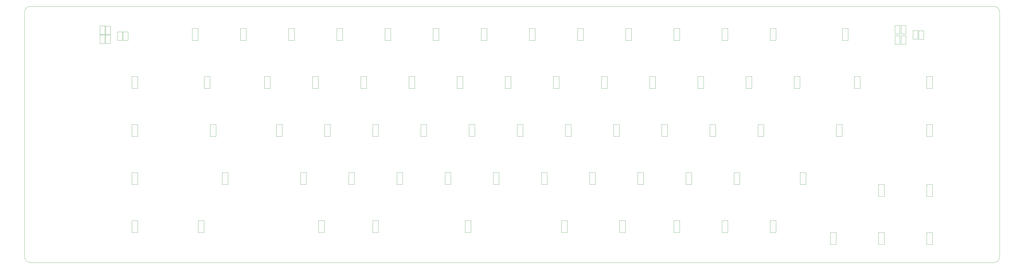
<source format=gbr>
%TF.GenerationSoftware,KiCad,Pcbnew,(5.1.9)-1*%
%TF.CreationDate,2021-05-06T09:00:53-07:00*%
%TF.ProjectId,USKB Final,55534b42-2046-4696-9e61-6c2e6b696361,rev?*%
%TF.SameCoordinates,Original*%
%TF.FileFunction,Other,User*%
%FSLAX46Y46*%
G04 Gerber Fmt 4.6, Leading zero omitted, Abs format (unit mm)*
G04 Created by KiCad (PCBNEW (5.1.9)-1) date 2021-05-06 09:00:53*
%MOMM*%
%LPD*%
G01*
G04 APERTURE LIST*
%TA.AperFunction,Profile*%
%ADD10C,0.050000*%
%TD*%
%ADD11C,0.050000*%
G04 APERTURE END LIST*
D10*
X19050000Y-25400000D02*
X400050000Y-25400000D01*
X19050000Y-127000000D02*
X19843750Y-127000000D01*
X19050000Y-127000000D02*
G75*
G02*
X16668750Y-124618750I0J2381250D01*
G01*
X16668750Y-27781250D02*
X16668750Y-124618750D01*
X16668750Y-27781250D02*
G75*
G02*
X19050000Y-25400000I2381250J0D01*
G01*
X400050000Y-127000000D02*
X19843750Y-127000000D01*
X402431250Y-124618750D02*
G75*
G02*
X400050000Y-127000000I-2381250J0D01*
G01*
X402431250Y-27781250D02*
X402431250Y-124618750D01*
X400050000Y-25400000D02*
G75*
G02*
X402431250Y-27781250I0J-2381250D01*
G01*
D11*
%TO.C,R1*%
X365313000Y-32959250D02*
X363413000Y-32959250D01*
X363413000Y-32959250D02*
X363413000Y-36319250D01*
X363413000Y-36319250D02*
X365313000Y-36319250D01*
X365313000Y-36319250D02*
X365313000Y-32959250D01*
%TO.C,R2*%
X363413000Y-40383250D02*
X365313000Y-40383250D01*
X365313000Y-40383250D02*
X365313000Y-37023250D01*
X365313000Y-37023250D02*
X363413000Y-37023250D01*
X363413000Y-37023250D02*
X363413000Y-40383250D01*
%TO.C,R3*%
X370012000Y-35014750D02*
X368112000Y-35014750D01*
X368112000Y-35014750D02*
X368112000Y-38374750D01*
X368112000Y-38374750D02*
X370012000Y-38374750D01*
X370012000Y-38374750D02*
X370012000Y-35014750D01*
%TO.C,C3*%
X370368000Y-38437250D02*
X372328000Y-38437250D01*
X372328000Y-38437250D02*
X372328000Y-35037250D01*
X372328000Y-35037250D02*
X370368000Y-35037250D01*
X370368000Y-35037250D02*
X370368000Y-38437250D01*
%TO.C,C2*%
X362930000Y-37003250D02*
X360970000Y-37003250D01*
X360970000Y-37003250D02*
X360970000Y-40403250D01*
X360970000Y-40403250D02*
X362930000Y-40403250D01*
X362930000Y-40403250D02*
X362930000Y-37003250D01*
%TO.C,C1*%
X360970000Y-36339250D02*
X362930000Y-36339250D01*
X362930000Y-36339250D02*
X362930000Y-32939250D01*
X362930000Y-32939250D02*
X360970000Y-32939250D01*
X360970000Y-32939250D02*
X360970000Y-36339250D01*
%TO.C,R6*%
X55306000Y-35499250D02*
X53406000Y-35499250D01*
X53406000Y-35499250D02*
X53406000Y-38859250D01*
X53406000Y-38859250D02*
X55306000Y-38859250D01*
X55306000Y-38859250D02*
X55306000Y-35499250D01*
%TO.C,R5*%
X48701920Y-40124170D02*
X50601920Y-40124170D01*
X50601920Y-40124170D02*
X50601920Y-36764170D01*
X50601920Y-36764170D02*
X48701920Y-36764170D01*
X48701920Y-36764170D02*
X48701920Y-40124170D01*
%TO.C,R4*%
X50601920Y-33187850D02*
X48701920Y-33187850D01*
X48701920Y-33187850D02*
X48701920Y-36547850D01*
X48701920Y-36547850D02*
X50601920Y-36547850D01*
X50601920Y-36547850D02*
X50601920Y-33187850D01*
%TO.C,D_Z1*%
X128150000Y-96012500D02*
X128150000Y-91312500D01*
X128150000Y-91312500D02*
X125850000Y-91312500D01*
X125850000Y-91312500D02*
X125850000Y-96012500D01*
X128150000Y-96012500D02*
X125850000Y-96012500D01*
%TO.C,D_Y1*%
X209112500Y-57912500D02*
X209112500Y-53212500D01*
X209112500Y-53212500D02*
X206812500Y-53212500D01*
X206812500Y-53212500D02*
X206812500Y-57912500D01*
X209112500Y-57912500D02*
X206812500Y-57912500D01*
%TO.C,D_X1*%
X147200000Y-96012500D02*
X147200000Y-91312500D01*
X147200000Y-91312500D02*
X144900000Y-91312500D01*
X144900000Y-91312500D02*
X144900000Y-96012500D01*
X147200000Y-96012500D02*
X144900000Y-96012500D01*
%TO.C,D_Win1*%
X375800000Y-100775000D02*
X375800000Y-96075000D01*
X375800000Y-96075000D02*
X373500000Y-96075000D01*
X373500000Y-96075000D02*
X373500000Y-100775000D01*
X375800000Y-100775000D02*
X373500000Y-100775000D01*
%TO.C,D_W1*%
X132912500Y-57912500D02*
X132912500Y-53212500D01*
X132912500Y-53212500D02*
X130612500Y-53212500D01*
X130612500Y-53212500D02*
X130612500Y-57912500D01*
X132912500Y-57912500D02*
X130612500Y-57912500D01*
%TO.C,D_V1*%
X185300000Y-96012500D02*
X185300000Y-91312500D01*
X185300000Y-91312500D02*
X183000000Y-91312500D01*
X183000000Y-91312500D02*
X183000000Y-96012500D01*
X185300000Y-96012500D02*
X183000000Y-96012500D01*
%TO.C,D_UArrow1*%
X356750000Y-100775000D02*
X356750000Y-96075000D01*
X356750000Y-96075000D02*
X354450000Y-96075000D01*
X354450000Y-96075000D02*
X354450000Y-100775000D01*
X356750000Y-100775000D02*
X354450000Y-100775000D01*
%TO.C,D_U1*%
X228162500Y-57912500D02*
X228162500Y-53212500D01*
X228162500Y-53212500D02*
X225862500Y-53212500D01*
X225862500Y-53212500D02*
X225862500Y-57912500D01*
X228162500Y-57912500D02*
X225862500Y-57912500D01*
%TO.C,D_Tab1*%
X90050000Y-57912500D02*
X90050000Y-53212500D01*
X90050000Y-53212500D02*
X87750000Y-53212500D01*
X87750000Y-53212500D02*
X87750000Y-57912500D01*
X90050000Y-57912500D02*
X87750000Y-57912500D01*
%TO.C,D_T1*%
X190062500Y-57912500D02*
X190062500Y-53212500D01*
X190062500Y-53212500D02*
X187762500Y-53212500D01*
X187762500Y-53212500D02*
X187762500Y-57912500D01*
X190062500Y-57912500D02*
X187762500Y-57912500D01*
%TO.C,D_Space_4*%
X254356250Y-115062500D02*
X254356250Y-110362500D01*
X254356250Y-110362500D02*
X252056250Y-110362500D01*
X252056250Y-110362500D02*
X252056250Y-115062500D01*
X254356250Y-115062500D02*
X252056250Y-115062500D01*
%TO.C,D_Space_3*%
X231337500Y-115062500D02*
X231337500Y-110362500D01*
X231337500Y-110362500D02*
X229037500Y-110362500D01*
X229037500Y-110362500D02*
X229037500Y-115062500D01*
X231337500Y-115062500D02*
X229037500Y-115062500D01*
%TO.C,D_Space_2*%
X193237500Y-115062500D02*
X193237500Y-110362500D01*
X193237500Y-110362500D02*
X190937500Y-110362500D01*
X190937500Y-110362500D02*
X190937500Y-115062500D01*
X193237500Y-115062500D02*
X190937500Y-115062500D01*
%TO.C,D_Space1*%
X156725000Y-115062500D02*
X156725000Y-110362500D01*
X156725000Y-110362500D02*
X154425000Y-110362500D01*
X154425000Y-110362500D02*
X154425000Y-115062500D01*
X156725000Y-115062500D02*
X154425000Y-115062500D01*
%TO.C,D_Slash1*%
X299600000Y-96012500D02*
X299600000Y-91312500D01*
X299600000Y-91312500D02*
X297300000Y-91312500D01*
X297300000Y-91312500D02*
X297300000Y-96012500D01*
X299600000Y-96012500D02*
X297300000Y-96012500D01*
%TO.C,D_Shift2*%
X325793750Y-96012500D02*
X325793750Y-91312500D01*
X325793750Y-91312500D02*
X323493750Y-91312500D01*
X323493750Y-91312500D02*
X323493750Y-96012500D01*
X325793750Y-96012500D02*
X323493750Y-96012500D01*
%TO.C,D_Shift1*%
X97193750Y-96012500D02*
X97193750Y-91312500D01*
X97193750Y-91312500D02*
X94893750Y-91312500D01*
X94893750Y-91312500D02*
X94893750Y-96012500D01*
X97193750Y-96012500D02*
X94893750Y-96012500D01*
%TO.C,D_S1*%
X137675000Y-76962500D02*
X137675000Y-72262500D01*
X137675000Y-72262500D02*
X135375000Y-72262500D01*
X135375000Y-72262500D02*
X135375000Y-76962500D01*
X137675000Y-76962500D02*
X135375000Y-76962500D01*
%TO.C,D_RThan1*%
X280550000Y-96012500D02*
X280550000Y-91312500D01*
X280550000Y-91312500D02*
X278250000Y-91312500D01*
X278250000Y-91312500D02*
X278250000Y-96012500D01*
X280550000Y-96012500D02*
X278250000Y-96012500D01*
%TO.C,D_RBrace1*%
X323412500Y-57912500D02*
X323412500Y-53212500D01*
X323412500Y-53212500D02*
X321112500Y-53212500D01*
X321112500Y-53212500D02*
X321112500Y-57912500D01*
X323412500Y-57912500D02*
X321112500Y-57912500D01*
%TO.C,D_RArrow1*%
X375800000Y-119825000D02*
X375800000Y-115125000D01*
X375800000Y-115125000D02*
X373500000Y-115125000D01*
X373500000Y-115125000D02*
X373500000Y-119825000D01*
X375800000Y-119825000D02*
X373500000Y-119825000D01*
%TO.C,D_R1*%
X171012500Y-57912500D02*
X171012500Y-53212500D01*
X171012500Y-53212500D02*
X168712500Y-53212500D01*
X168712500Y-53212500D02*
X168712500Y-57912500D01*
X171012500Y-57912500D02*
X168712500Y-57912500D01*
%TO.C,D_Q1*%
X113862500Y-57912500D02*
X113862500Y-53212500D01*
X113862500Y-53212500D02*
X111562500Y-53212500D01*
X111562500Y-53212500D02*
X111562500Y-57912500D01*
X113862500Y-57912500D02*
X111562500Y-57912500D01*
%TO.C,D_Plus1*%
X313887500Y-38862500D02*
X313887500Y-34162500D01*
X313887500Y-34162500D02*
X311587500Y-34162500D01*
X311587500Y-34162500D02*
X311587500Y-38862500D01*
X313887500Y-38862500D02*
X311587500Y-38862500D01*
%TO.C,D_P1*%
X285312500Y-57912500D02*
X285312500Y-53212500D01*
X285312500Y-53212500D02*
X283012500Y-53212500D01*
X283012500Y-53212500D02*
X283012500Y-57912500D01*
X285312500Y-57912500D02*
X283012500Y-57912500D01*
%TO.C,D_O1*%
X266262500Y-57912500D02*
X266262500Y-53212500D01*
X266262500Y-53212500D02*
X263962500Y-53212500D01*
X263962500Y-53212500D02*
X263962500Y-57912500D01*
X266262500Y-57912500D02*
X263962500Y-57912500D01*
%TO.C,D_Num9*%
X256737500Y-38862500D02*
X256737500Y-34162500D01*
X256737500Y-34162500D02*
X254437500Y-34162500D01*
X254437500Y-34162500D02*
X254437500Y-38862500D01*
X256737500Y-38862500D02*
X254437500Y-38862500D01*
%TO.C,D_Num8*%
X237687500Y-38862500D02*
X237687500Y-34162500D01*
X237687500Y-34162500D02*
X235387500Y-34162500D01*
X235387500Y-34162500D02*
X235387500Y-38862500D01*
X237687500Y-38862500D02*
X235387500Y-38862500D01*
%TO.C,D_Num7*%
X218637500Y-38862500D02*
X218637500Y-34162500D01*
X218637500Y-34162500D02*
X216337500Y-34162500D01*
X216337500Y-34162500D02*
X216337500Y-38862500D01*
X218637500Y-38862500D02*
X216337500Y-38862500D01*
%TO.C,D_Num6*%
X199587500Y-38862500D02*
X199587500Y-34162500D01*
X199587500Y-34162500D02*
X197287500Y-34162500D01*
X197287500Y-34162500D02*
X197287500Y-38862500D01*
X199587500Y-38862500D02*
X197287500Y-38862500D01*
%TO.C,D_Num5*%
X180537500Y-38862500D02*
X180537500Y-34162500D01*
X180537500Y-34162500D02*
X178237500Y-34162500D01*
X178237500Y-34162500D02*
X178237500Y-38862500D01*
X180537500Y-38862500D02*
X178237500Y-38862500D01*
%TO.C,D_Num4*%
X161487500Y-38862500D02*
X161487500Y-34162500D01*
X161487500Y-34162500D02*
X159187500Y-34162500D01*
X159187500Y-34162500D02*
X159187500Y-38862500D01*
X161487500Y-38862500D02*
X159187500Y-38862500D01*
%TO.C,D_Num3*%
X142437500Y-38862500D02*
X142437500Y-34162500D01*
X142437500Y-34162500D02*
X140137500Y-34162500D01*
X140137500Y-34162500D02*
X140137500Y-38862500D01*
X142437500Y-38862500D02*
X140137500Y-38862500D01*
%TO.C,D_Num2*%
X123387500Y-38862500D02*
X123387500Y-34162500D01*
X123387500Y-34162500D02*
X121087500Y-34162500D01*
X121087500Y-34162500D02*
X121087500Y-38862500D01*
X123387500Y-38862500D02*
X121087500Y-38862500D01*
%TO.C,D_Num1*%
X104337500Y-38862500D02*
X104337500Y-34162500D01*
X104337500Y-34162500D02*
X102037500Y-34162500D01*
X102037500Y-34162500D02*
X102037500Y-38862500D01*
X104337500Y-38862500D02*
X102037500Y-38862500D01*
%TO.C,D_Num0*%
X275787500Y-38862500D02*
X275787500Y-34162500D01*
X275787500Y-34162500D02*
X273487500Y-34162500D01*
X273487500Y-34162500D02*
X273487500Y-38862500D01*
X275787500Y-38862500D02*
X273487500Y-38862500D01*
%TO.C,D_N1*%
X223400000Y-96012500D02*
X223400000Y-91312500D01*
X223400000Y-91312500D02*
X221100000Y-91312500D01*
X221100000Y-91312500D02*
X221100000Y-96012500D01*
X223400000Y-96012500D02*
X221100000Y-96012500D01*
%TO.C,D_Minus1*%
X294837500Y-38862500D02*
X294837500Y-34162500D01*
X294837500Y-34162500D02*
X292537500Y-34162500D01*
X292537500Y-34162500D02*
X292537500Y-38862500D01*
X294837500Y-38862500D02*
X292537500Y-38862500D01*
%TO.C,D_M1*%
X242450000Y-96012500D02*
X242450000Y-91312500D01*
X242450000Y-91312500D02*
X240150000Y-91312500D01*
X240150000Y-91312500D02*
X240150000Y-96012500D01*
X242450000Y-96012500D02*
X240150000Y-96012500D01*
%TO.C,D_LThan1*%
X261500000Y-96012500D02*
X261500000Y-91312500D01*
X261500000Y-91312500D02*
X259200000Y-91312500D01*
X259200000Y-91312500D02*
X259200000Y-96012500D01*
X261500000Y-96012500D02*
X259200000Y-96012500D01*
%TO.C,D_LBrace1*%
X304362500Y-57912500D02*
X304362500Y-53212500D01*
X304362500Y-53212500D02*
X302062500Y-53212500D01*
X302062500Y-53212500D02*
X302062500Y-57912500D01*
X304362500Y-57912500D02*
X302062500Y-57912500D01*
%TO.C,D_LArrow1*%
X337700000Y-119825000D02*
X337700000Y-115125000D01*
X337700000Y-115125000D02*
X335400000Y-115125000D01*
X335400000Y-115125000D02*
X335400000Y-119825000D01*
X337700000Y-119825000D02*
X335400000Y-119825000D01*
%TO.C,D_L1*%
X271025000Y-76962500D02*
X271025000Y-72262500D01*
X271025000Y-72262500D02*
X268725000Y-72262500D01*
X268725000Y-72262500D02*
X268725000Y-76962500D01*
X271025000Y-76962500D02*
X268725000Y-76962500D01*
%TO.C,D_K1*%
X251975000Y-76962500D02*
X251975000Y-72262500D01*
X251975000Y-72262500D02*
X249675000Y-72262500D01*
X249675000Y-72262500D02*
X249675000Y-76962500D01*
X251975000Y-76962500D02*
X249675000Y-76962500D01*
%TO.C,D_J1*%
X232925000Y-76962500D02*
X232925000Y-72262500D01*
X232925000Y-72262500D02*
X230625000Y-72262500D01*
X230625000Y-72262500D02*
X230625000Y-76962500D01*
X232925000Y-76962500D02*
X230625000Y-76962500D01*
%TO.C,D_I1*%
X247212500Y-57912500D02*
X247212500Y-53212500D01*
X247212500Y-53212500D02*
X244912500Y-53212500D01*
X244912500Y-53212500D02*
X244912500Y-57912500D01*
X247212500Y-57912500D02*
X244912500Y-57912500D01*
%TO.C,D_H1*%
X213875000Y-76962500D02*
X213875000Y-72262500D01*
X213875000Y-72262500D02*
X211575000Y-72262500D01*
X211575000Y-72262500D02*
X211575000Y-76962500D01*
X213875000Y-76962500D02*
X211575000Y-76962500D01*
%TO.C,D_G1*%
X194825000Y-76962500D02*
X194825000Y-72262500D01*
X194825000Y-72262500D02*
X192525000Y-72262500D01*
X192525000Y-72262500D02*
X192525000Y-76962500D01*
X194825000Y-76962500D02*
X192525000Y-76962500D01*
%TO.C,D_Fn1*%
X294837500Y-115062500D02*
X294837500Y-110362500D01*
X294837500Y-110362500D02*
X292537500Y-110362500D01*
X292537500Y-110362500D02*
X292537500Y-115062500D01*
X294837500Y-115062500D02*
X292537500Y-115062500D01*
%TO.C,D_F18*%
X375800000Y-76962500D02*
X375800000Y-72262500D01*
X375800000Y-72262500D02*
X373500000Y-72262500D01*
X373500000Y-72262500D02*
X373500000Y-76962500D01*
X375800000Y-76962500D02*
X373500000Y-76962500D01*
%TO.C,D_F17*%
X375800000Y-57912500D02*
X375800000Y-53212500D01*
X375800000Y-53212500D02*
X373500000Y-53212500D01*
X373500000Y-53212500D02*
X373500000Y-57912500D01*
X375800000Y-57912500D02*
X373500000Y-57912500D01*
%TO.C,D_F16*%
X61475000Y-115062500D02*
X61475000Y-110362500D01*
X61475000Y-110362500D02*
X59175000Y-110362500D01*
X59175000Y-110362500D02*
X59175000Y-115062500D01*
X61475000Y-115062500D02*
X59175000Y-115062500D01*
%TO.C,D_F15*%
X61475000Y-96012500D02*
X61475000Y-91312500D01*
X61475000Y-91312500D02*
X59175000Y-91312500D01*
X59175000Y-91312500D02*
X59175000Y-96012500D01*
X61475000Y-96012500D02*
X59175000Y-96012500D01*
%TO.C,D_F14*%
X61475000Y-76962500D02*
X61475000Y-72262500D01*
X61475000Y-72262500D02*
X59175000Y-72262500D01*
X59175000Y-72262500D02*
X59175000Y-76962500D01*
X61475000Y-76962500D02*
X59175000Y-76962500D01*
%TO.C,D_F13*%
X61475000Y-57912500D02*
X61475000Y-53212500D01*
X61475000Y-53212500D02*
X59175000Y-53212500D01*
X59175000Y-53212500D02*
X59175000Y-57912500D01*
X61475000Y-57912500D02*
X59175000Y-57912500D01*
%TO.C,D_F1*%
X175775000Y-76962500D02*
X175775000Y-72262500D01*
X175775000Y-72262500D02*
X173475000Y-72262500D01*
X173475000Y-72262500D02*
X173475000Y-76962500D01*
X175775000Y-76962500D02*
X173475000Y-76962500D01*
%TO.C,D_Esc1*%
X85287500Y-38862500D02*
X85287500Y-34162500D01*
X85287500Y-34162500D02*
X82987500Y-34162500D01*
X82987500Y-34162500D02*
X82987500Y-38862500D01*
X85287500Y-38862500D02*
X82987500Y-38862500D01*
%TO.C,D_Enter1*%
X340081250Y-76962500D02*
X340081250Y-72262500D01*
X340081250Y-72262500D02*
X337781250Y-72262500D01*
X337781250Y-72262500D02*
X337781250Y-76962500D01*
X340081250Y-76962500D02*
X337781250Y-76962500D01*
%TO.C,D_E1*%
X151962500Y-57912500D02*
X151962500Y-53212500D01*
X151962500Y-53212500D02*
X149662500Y-53212500D01*
X149662500Y-53212500D02*
X149662500Y-57912500D01*
X151962500Y-57912500D02*
X149662500Y-57912500D01*
%TO.C,D_DArrow1*%
X356750000Y-119825000D02*
X356750000Y-115125000D01*
X356750000Y-115125000D02*
X354450000Y-115125000D01*
X354450000Y-115125000D02*
X354450000Y-119825000D01*
X356750000Y-119825000D02*
X354450000Y-119825000D01*
%TO.C,D_D1*%
X156725000Y-76962500D02*
X156725000Y-72262500D01*
X156725000Y-72262500D02*
X154425000Y-72262500D01*
X154425000Y-72262500D02*
X154425000Y-76962500D01*
X156725000Y-76962500D02*
X154425000Y-76962500D01*
%TO.C,D_Ctrl2*%
X313887500Y-115062500D02*
X313887500Y-110362500D01*
X313887500Y-110362500D02*
X311587500Y-110362500D01*
X311587500Y-110362500D02*
X311587500Y-115062500D01*
X313887500Y-115062500D02*
X311587500Y-115062500D01*
%TO.C,D_Ctrl1*%
X87668750Y-115062500D02*
X87668750Y-110362500D01*
X87668750Y-110362500D02*
X85368750Y-110362500D01*
X85368750Y-110362500D02*
X85368750Y-115062500D01*
X87668750Y-115062500D02*
X85368750Y-115062500D01*
%TO.C,D_Colon1*%
X290075000Y-76962500D02*
X290075000Y-72262500D01*
X290075000Y-72262500D02*
X287775000Y-72262500D01*
X287775000Y-72262500D02*
X287775000Y-76962500D01*
X290075000Y-76962500D02*
X287775000Y-76962500D01*
%TO.C,D_Caps1*%
X92431250Y-76962500D02*
X92431250Y-72262500D01*
X92431250Y-72262500D02*
X90131250Y-72262500D01*
X90131250Y-72262500D02*
X90131250Y-76962500D01*
X92431250Y-76962500D02*
X90131250Y-76962500D01*
%TO.C,D_C1*%
X166250000Y-96012500D02*
X166250000Y-91312500D01*
X166250000Y-91312500D02*
X163950000Y-91312500D01*
X163950000Y-91312500D02*
X163950000Y-96012500D01*
X166250000Y-96012500D02*
X163950000Y-96012500D01*
%TO.C,D_BSlash1*%
X347225000Y-57912500D02*
X347225000Y-53212500D01*
X347225000Y-53212500D02*
X344925000Y-53212500D01*
X344925000Y-53212500D02*
X344925000Y-57912500D01*
X347225000Y-57912500D02*
X344925000Y-57912500D01*
%TO.C,D_Backspace1*%
X342462500Y-38862500D02*
X342462500Y-34162500D01*
X342462500Y-34162500D02*
X340162500Y-34162500D01*
X340162500Y-34162500D02*
X340162500Y-38862500D01*
X342462500Y-38862500D02*
X340162500Y-38862500D01*
%TO.C,D_B1*%
X204350000Y-96012500D02*
X204350000Y-91312500D01*
X204350000Y-91312500D02*
X202050000Y-91312500D01*
X202050000Y-91312500D02*
X202050000Y-96012500D01*
X204350000Y-96012500D02*
X202050000Y-96012500D01*
%TO.C,D_Apostrophe1*%
X309125000Y-76962500D02*
X309125000Y-72262500D01*
X309125000Y-72262500D02*
X306825000Y-72262500D01*
X306825000Y-72262500D02*
X306825000Y-76962500D01*
X309125000Y-76962500D02*
X306825000Y-76962500D01*
%TO.C,D_Alt2*%
X275787500Y-115062500D02*
X275787500Y-110362500D01*
X275787500Y-110362500D02*
X273487500Y-110362500D01*
X273487500Y-110362500D02*
X273487500Y-115062500D01*
X275787500Y-115062500D02*
X273487500Y-115062500D01*
%TO.C,D_Alt1*%
X135293750Y-115062500D02*
X135293750Y-110362500D01*
X135293750Y-110362500D02*
X132993750Y-110362500D01*
X132993750Y-110362500D02*
X132993750Y-115062500D01*
X135293750Y-115062500D02*
X132993750Y-115062500D01*
%TO.C,D_A1*%
X118625000Y-76962500D02*
X118625000Y-72262500D01*
X118625000Y-72262500D02*
X116325000Y-72262500D01*
X116325000Y-72262500D02*
X116325000Y-76962500D01*
X118625000Y-76962500D02*
X116325000Y-76962500D01*
%TO.C,C6*%
X55662000Y-38879250D02*
X57622000Y-38879250D01*
X57622000Y-38879250D02*
X57622000Y-35479250D01*
X57622000Y-35479250D02*
X55662000Y-35479250D01*
X55662000Y-35479250D02*
X55662000Y-38879250D01*
%TO.C,C5*%
X48483080Y-36723850D02*
X46523080Y-36723850D01*
X46523080Y-36723850D02*
X46523080Y-40123850D01*
X46523080Y-40123850D02*
X48483080Y-40123850D01*
X48483080Y-40123850D02*
X48483080Y-36723850D01*
%TO.C,C4*%
X46523080Y-36547530D02*
X48483080Y-36547530D01*
X48483080Y-36547530D02*
X48483080Y-33147530D01*
X48483080Y-33147530D02*
X46523080Y-33147530D01*
X46523080Y-33147530D02*
X46523080Y-36547530D01*
%TD*%
M02*

</source>
